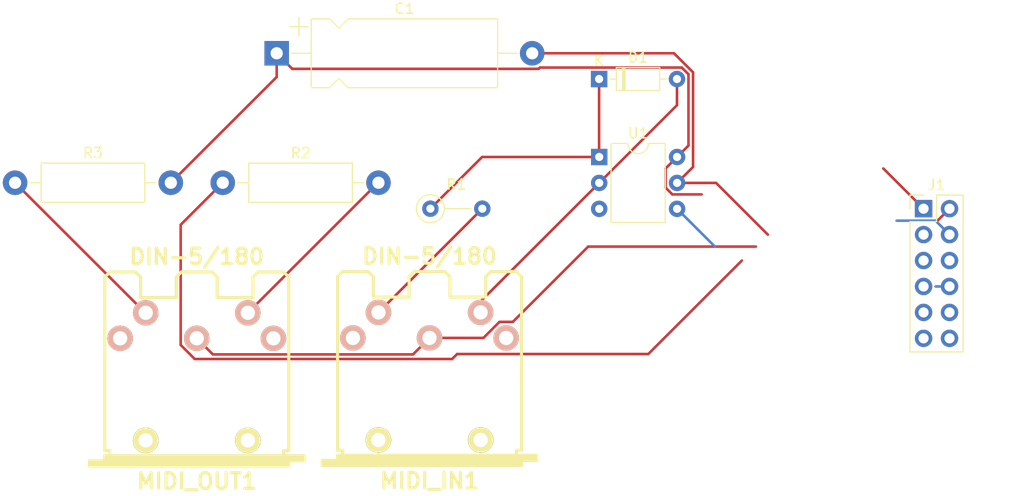
<source format=kicad_pcb>
(kicad_pcb (version 20221018) (generator pcbnew)
  (layers (0 "F.Cu" signal) (31 "B.Cu" signal) (34 "B.Paste" user) (35 "F.Paste" user) (36 "B.SilkS" user "B.Silkscreen") (37 "F.SilkS" user "F.Silkscreen") (38 "B.Mask" user) (39 "F.Mask" user) (44 "Edge.Cuts" user))
  (net 0 "")
  (net 1 "VCC")
  (net 2 "GND")
  (net 3 "Net-(D1-K)")
  (net 4 "Net-(D1-A)")
  (net 5 "Net-(J1-Pin_3)")
  (net 6 "Net-(J1-Pin_4)")
  (net 10 "unconnected-(J1-Pin_8-Pad8)")
  (net 15 "Net-(MIDI_IN1-Pad5)")
  (net 17 "Net-(MIDI_OUT1-Pad4)")
  (net 19 "Net-(MIDI_OUT1-Pad5)")
  (footprint "Resistor_THT:R_Axial_DIN0207_L6.3mm_D2.5mm_P5.08mm_Vertical" (layer "F.Cu") (at 86.36 86.36)
    (fp_text reference "R1" (at 2.54 -2.37) (layer "F.SilkS"))
    (fp_text value "100R")
    (fp_line (start 1.37 0) (end 3.98 0) (stroke (width 0.12)) (layer "F.SilkS"))
    (fp_circle (center 0 0) (end 1.37 0) (stroke (width 0.12)) (fill none) (layer "F.SilkS"))
    (pad "1" thru_hole circle (at 0 0) (size 1.6 1.6) (drill 0.8) (layers "*.Cu" "*.Mask") (net 3 "Net-(D1-K)"))
    (pad "2" thru_hole oval (at 5.08 0) (size 1.6 1.6) (drill 0.8) (layers "*.Cu" "*.Mask") (net 15 "Net-(MIDI_IN1-Pad5)"))
  )
  (footprint "Resistor_THT:R_Axial_DIN0411_L9.9mm_D3.6mm_P15.24mm_Horizontal" (layer "F.Cu") (at 45.72 83.82)
    (fp_text reference "R3" (at 7.62 -2.92) (layer "F.SilkS"))
    (fp_text value "220R")
    (fp_line (start 1.44 0) (end 2.55 0) (stroke (width 0.12)) (layer "F.SilkS"))
    (fp_line (start 2.55 -1.92) (end 2.55 1.92) (stroke (width 0.12)) (layer "F.SilkS"))
    (fp_line (start 2.55 1.92) (end 12.69 1.92) (stroke (width 0.12)) (layer "F.SilkS"))
    (fp_line (start 12.69 -1.92) (end 2.55 -1.92) (stroke (width 0.12)) (layer "F.SilkS"))
    (fp_line (start 12.69 1.92) (end 12.69 -1.92) (stroke (width 0.12)) (layer "F.SilkS"))
    (fp_line (start 13.8 0) (end 12.69 0) (stroke (width 0.12)) (layer "F.SilkS"))
    (pad "1" thru_hole circle (at 0 0) (size 2.4 2.4) (drill 1.2) (layers "*.Cu" "*.Mask") (net 19 "Net-(MIDI_OUT1-Pad5)"))
    (pad "2" thru_hole oval (at 15.24 0) (size 2.4 2.4) (drill 1.2) (layers "*.Cu" "*.Mask") (net 1 "VCC"))
  )
  (footprint "Package_DIP:DIP-6_W7.62mm" (layer "F.Cu") (at 102.88 81.295)
    (fp_text reference "U1" (at 3.81 -2.33) (layer "F.SilkS"))
    (fp_text value "H11L1")
    (fp_line (start 1.16 -1.33) (end 1.16 6.41) (stroke (width 0.12)) (layer "F.SilkS"))
    (fp_line (start 1.16 6.41) (end 6.46 6.41) (stroke (width 0.12)) (layer "F.SilkS"))
    (fp_line (start 2.81 -1.33) (end 1.16 -1.33) (stroke (width 0.12)) (layer "F.SilkS"))
    (fp_line (start 6.46 -1.33) (end 4.81 -1.33) (stroke (width 0.12)) (layer "F.SilkS"))
    (fp_line (start 6.46 6.41) (end 6.46 -1.33) (stroke (width 0.12)) (layer "F.SilkS"))
    (fp_arc (start 4.81 -1.33) (mid 3.81 -0.33) (end 2.81 -1.33) (stroke (width 0.12)) (layer "F.SilkS"))
    (pad "1" thru_hole rect (at 0 0) (size 1.6 1.6) (drill 0.8) (layers "*.Cu" "*.Mask") (net 3 "Net-(D1-K)"))
    (pad "2" thru_hole oval (at 0 2.54) (size 1.6 1.6) (drill 0.8) (layers "*.Cu" "*.Mask") (net 4 "Net-(D1-A)"))
    (pad "3" thru_hole oval (at 0 5.08) (size 1.6 1.6) (drill 0.8) (layers "*.Cu" "*.Mask"))
    (pad "4" thru_hole oval (at 7.62 5.08) (size 1.6 1.6) (drill 0.8) (layers "*.Cu" "*.Mask") (net 6 "Net-(J1-Pin_4)"))
    (pad "5" thru_hole oval (at 7.62 2.54) (size 1.6 1.6) (drill 0.8) (layers "*.Cu" "*.Mask") (net 2 "GND"))
    (pad "6" thru_hole oval (at 7.62 0) (size 1.6 1.6) (drill 0.8) (layers "*.Cu" "*.Mask") (net 1 "VCC"))
  )
  (footprint "Capacitor_THT:CP_Axial_L18.0mm_D6.5mm_P25.00mm_Horizontal" (layer "F.Cu") (at 71.32 71.1375)
    (fp_text reference "C1" (at 12.5 -4.37) (layer "F.SilkS"))
    (fp_text value "100nF")
    (fp_line (start 1.28 -2.6) (end 3.08 -2.6) (stroke (width 0.12)) (layer "F.SilkS"))
    (fp_line (start 1.44 0) (end 3.38 0) (stroke (width 0.12)) (layer "F.SilkS"))
    (fp_line (start 2.18 -3.5) (end 2.18 -1.7) (stroke (width 0.12)) (layer "F.SilkS"))
    (fp_line (start 3.38 -3.37) (end 3.38 3.37) (stroke (width 0.12)) (layer "F.SilkS"))
    (fp_line (start 3.38 -3.37) (end 5.18 -3.37) (stroke (width 0.12)) (layer "F.SilkS"))
    (fp_line (start 3.38 3.37) (end 5.18 3.37) (stroke (width 0.12)) (layer "F.SilkS"))
    (fp_line (start 5.18 -3.37) (end 6.08 -2.47) (stroke (width 0.12)) (layer "F.SilkS"))
    (fp_line (start 5.18 3.37) (end 6.08 2.47) (stroke (width 0.12)) (layer "F.SilkS"))
    (fp_line (start 6.08 -2.47) (end 6.98 -3.37) (stroke (width 0.12)) (layer "F.SilkS"))
    (fp_line (start 6.08 2.47) (end 6.98 3.37) (stroke (width 0.12)) (layer "F.SilkS"))
    (fp_line (start 6.98 -3.37) (end 21.62 -3.37) (stroke (width 0.12)) (layer "F.SilkS"))
    (fp_line (start 6.98 3.37) (end 21.62 3.37) (stroke (width 0.12)) (layer "F.SilkS"))
    (fp_line (start 21.62 -3.37) (end 21.62 3.37) (stroke (width 0.12)) (layer "F.SilkS"))
    (fp_line (start 23.56 0) (end 21.62 0) (stroke (width 0.12)) (layer "F.SilkS"))
    (pad "1" thru_hole rect (at 0 0) (size 2.4 2.4) (drill 1.2) (layers "*.Cu" "*.Mask") (net 1 "VCC"))
    (pad "2" thru_hole oval (at 25 0) (size 2.4 2.4) (drill 1.2) (layers "*.Cu" "*.Mask") (net 2 "GND"))
  )
  (footprint "Diode_THT:D_DO-35_SOD27_P7.62mm_Horizontal" (layer "F.Cu") (at 102.87 73.66)
    (fp_text reference "D1" (at 3.81 -2.12) (layer "F.SilkS"))
    (fp_text value "1N4148")
    (fp_text user "K" (at 0 -1.8) (layer "F.SilkS"))
    (fp_line (start 1.04 0) (end 1.69 0) (stroke (width 0.12)) (layer "F.SilkS"))
    (fp_line (start 1.69 -1.12) (end 1.69 1.12) (stroke (width 0.12)) (layer "F.SilkS"))
    (fp_line (start 1.69 1.12) (end 5.93 1.12) (stroke (width 0.12)) (layer "F.SilkS"))
    (fp_line (start 2.29 -1.12) (end 2.29 1.12) (stroke (width 0.12)) (layer "F.SilkS"))
    (fp_line (start 2.41 -1.12) (end 2.41 1.12) (stroke (width 0.12)) (layer "F.SilkS"))
    (fp_line (start 2.53 -1.12) (end 2.53 1.12) (stroke (width 0.12)) (layer "F.SilkS"))
    (fp_line (start 5.93 -1.12) (end 1.69 -1.12) (stroke (width 0.12)) (layer "F.SilkS"))
    (fp_line (start 5.93 1.12) (end 5.93 -1.12) (stroke (width 0.12)) (layer "F.SilkS"))
    (fp_line (start 6.58 0) (end 5.93 0) (stroke (width 0.12)) (layer "F.SilkS"))
    (pad "1" thru_hole rect (at 0 0) (size 1.6 1.6) (drill 0.8) (layers "*.Cu" "*.Mask") (net 3 "Net-(D1-K)"))
    (pad "2" thru_hole oval (at 7.62 0) (size 1.6 1.6) (drill 0.8) (layers "*.Cu" "*.Mask") (net 4 "Net-(D1-A)"))
  )
  (footprint "Resistor_THT:R_Axial_DIN0411_L9.9mm_D3.6mm_P15.24mm_Horizontal" (layer "F.Cu") (at 66.04 83.82)
    (fp_text reference "R2" (at 7.62 -2.92) (layer "F.SilkS"))
    (fp_text value "220R")
    (fp_line (start 1.44 0) (end 2.55 0) (stroke (width 0.12)) (layer "F.SilkS"))
    (fp_line (start 2.55 -1.92) (end 2.55 1.92) (stroke (width 0.12)) (layer "F.SilkS"))
    (fp_line (start 2.55 1.92) (end 12.69 1.92) (stroke (width 0.12)) (layer "F.SilkS"))
    (fp_line (start 12.69 -1.92) (end 2.55 -1.92) (stroke (width 0.12)) (layer "F.SilkS"))
    (fp_line (start 12.69 1.92) (end 12.69 -1.92) (stroke (width 0.12)) (layer "F.SilkS"))
    (fp_line (start 13.8 0) (end 12.69 0) (stroke (width 0.12)) (layer "F.SilkS"))
    (pad "1" thru_hole circle (at 0 0) (size 2.4 2.4) (drill 1.2) (layers "*.Cu" "*.Mask") (net 5 "Net-(J1-Pin_3)"))
    (pad "2" thru_hole oval (at 15.24 0) (size 2.4 2.4) (drill 1.2) (layers "*.Cu" "*.Mask") (net 17 "Net-(MIDI_OUT1-Pad4)"))
  )
  (footprint "Connector_PinHeader_2.54mm:PinHeader_2x06_P2.54mm_Vertical" (layer "F.Cu") (at 134.62 86.36)
    (fp_text reference "J1" (at 1.27 -2.33) (layer "F.SilkS"))
    (fp_text value "Conn_02x05_Odd_Even")
    (fp_line (start -1.33 -1.33) (end 0 -1.33) (stroke (width 0.12)) (layer "F.SilkS"))
    (fp_line (start -1.33 0) (end -1.33 -1.33) (stroke (width 0.12)) (layer "F.SilkS"))
    (fp_line (start -1.33 1.27) (end -1.33 14.03) (stroke (width 0.12)) (layer "F.SilkS"))
    (fp_line (start -1.33 1.27) (end 1.27 1.27) (stroke (width 0.12)) (layer "F.SilkS"))
    (fp_line (start -1.33 14.03) (end 3.87 14.03) (stroke (width 0.12)) (layer "F.SilkS"))
    (fp_line (start 1.27 -1.33) (end 3.87 -1.33) (stroke (width 0.12)) (layer "F.SilkS"))
    (fp_line (start 1.27 1.27) (end 1.27 -1.33) (stroke (width 0.12)) (layer "F.SilkS"))
    (fp_line (start 3.87 -1.33) (end 3.87 14.03) (stroke (width 0.12)) (layer "F.SilkS"))
    (pad "1" thru_hole rect (at 0 0) (size 1.7 1.7) (drill 1) (layers "*.Cu" "*.Mask") (net 1 "VCC"))
    (pad "2" thru_hole oval (at 2.54 0) (size 1.7 1.7) (drill 1) (layers "*.Cu" "*.Mask") (net 2 "GND"))
    (pad "3" thru_hole oval (at 0 2.54) (size 1.7 1.7) (drill 1) (layers "*.Cu" "*.Mask") (net 5 "Net-(J1-Pin_3)"))
    (pad "4" thru_hole oval (at 2.54 2.54) (size 1.7 1.7) (drill 1) (layers "*.Cu" "*.Mask") (net 6 "Net-(J1-Pin_4)"))
    (pad "5" thru_hole oval (at 0 5.08) (size 1.7 1.7) (drill 1) (layers "*.Cu" "*.Mask"))
    (pad "6" thru_hole oval (at 2.54 5.08) (size 1.7 1.7) (drill 1) (layers "*.Cu" "*.Mask"))
    (pad "7" thru_hole oval (at 0 7.62) (size 1.7 1.7) (drill 1) (layers "*.Cu" "*.Mask"))
    (pad "8" thru_hole oval (at 2.54 7.62) (size 1.7 1.7) (drill 1) (layers "*.Cu" "*.Mask") (net 10 "unconnected-(J1-Pin_8-Pad8)"))
    (pad "9" thru_hole oval (at 0 10.16) (size 1.7 1.7) (drill 1) (layers "*.Cu" "*.Mask"))
    (pad "10" thru_hole oval (at 2.54 10.16) (size 1.7 1.7) (drill 1) (layers "*.Cu" "*.Mask"))
    (pad "11" thru_hole oval (at 0 12.7) (size 1.7 1.7) (drill 1) (layers "*.Cu" "*.Mask"))
    (pad "12" thru_hole oval (at 2.54 12.7) (size 1.7 1.7) (drill 1) (layers "*.Cu" "*.Mask"))
  )
  (footprint "Eurocad:MIDI_DIN5" (layer "F.Cu") (at 63.5 102.0572)
    (fp_text reference "MIDI_OUT1" (at 0 11.00074) (layer "F.SilkS") (effects (font (size 1.524 1.524) (thickness 0.3048))))
    (fp_text value "DIN-5/180" (at 0 -11.00074) (layer "F.SilkS") (effects (font (size 1.524 1.524) (thickness 0.3048))))
    (fp_line (start -10.50036 8.99922) (end -8.99922 8.99922) (stroke (width 0.3048)) (layer "F.SilkS"))
    (fp_line (start -10.50036 9.25068) (end 8.99922 9.25068) (stroke (width 0.3048)) (layer "F.SilkS"))
    (fp_line (start -10.50036 9.4996) (end -10.50036 8.99922) (stroke (width 0.3048)) (layer "F.SilkS"))
    (fp_line (start -8.99922 -8.99922) (end -8.99922 8.001) (stroke (width 0.3048)) (layer "F.SilkS"))
    (fp_line (start -8.99922 -8.99922) (end -8.49884 -9.4996) (stroke (width 0.3048)) (layer "F.SilkS"))
    (fp_line (start -8.99922 8.001) (end -8.49884 8.001) (stroke (width 0.3048)) (layer "F.SilkS"))
    (fp_line (start -8.99922 8.49884) (end 10.50036 8.49884) (stroke (width 0.3048)) (layer "F.SilkS"))
    (fp_line (start -8.99922 8.7503) (end 10.50036 8.7503) (stroke (width 0.3048)) (layer "F.SilkS"))
    (fp_line (start -8.99922 8.99922) (end -8.99922 8.49884) (stroke (width 0.3048)) (layer "F.SilkS"))
    (fp_line (start -8.49884 -9.4996) (end -5.99948 -9.4996) (stroke (width 0.3048)) (layer "F.SilkS"))
    (fp_line (start -8.49884 8.001) (end -8.49884 8.49884) (stroke (width 0.3048)) (layer "F.SilkS"))
    (fp_line (start -5.99948 -9.4996) (end -5.4991 -8.99922) (stroke (width 0.3048)) (layer "F.SilkS"))
    (fp_line (start -5.4991 -8.99922) (end -5.4991 -7.00024) (stroke (width 0.3048)) (layer "F.SilkS"))
    (fp_line (start -5.4991 -7.00024) (end -1.99898 -7.00024) (stroke (width 0.3048)) (layer "F.SilkS"))
    (fp_line (start -1.99898 -8.99922) (end -1.99898 -7.00024) (stroke (width 0.3048)) (layer "F.SilkS"))
    (fp_line (start -1.50114 -9.4996) (end -1.99898 -8.99922) (stroke (width 0.3048)) (layer "F.SilkS"))
    (fp_line (start -1.50114 -9.4996) (end 1.50114 -9.4996) (stroke (width 0.3048)) (layer "F.SilkS"))
    (fp_line (start 1.50114 -9.4996) (end 1.99898 -8.99922) (stroke (width 0.3048)) (layer "F.SilkS"))
    (fp_line (start 1.99898 -8.99922) (end 1.99898 -7.00024) (stroke (width 0.3048)) (layer "F.SilkS"))
    (fp_line (start 5.4991 -8.99922) (end 5.4991 -7.00024) (stroke (width 0.3048)) (layer "F.SilkS"))
    (fp_line (start 5.4991 -7.00024) (end 1.99898 -7.00024) (stroke (width 0.3048)) (layer "F.SilkS"))
    (fp_line (start 5.99948 -9.4996) (end 5.4991 -8.99922) (stroke (width 0.3048)) (layer "F.SilkS"))
    (fp_line (start 6.49986 -9.4996) (end 5.99948 -9.4996) (stroke (width 0.3048)) (layer "F.SilkS"))
    (fp_line (start 8.49884 -9.4996) (end 6.49986 -9.4996) (stroke (width 0.3048)) (layer "F.SilkS"))
    (fp_line (start 8.49884 8.49884) (end 8.49884 8.001) (stroke (width 0.3048)) (layer "F.SilkS"))
    (fp_line (start 8.99922 -8.99922) (end 8.49884 -9.4996) (stroke (width 0.3048)) (layer "F.SilkS"))
    (fp_line (start 8.99922 -8.99922) (end 8.99922 8.001) (stroke (width 0.3048)) (layer "F.SilkS"))
    (fp_line (start 8.99922 8.001) (end 8.49884 8.001) (stroke (width 0.3048)) (layer "F.SilkS"))
    (fp_line (start 8.99922 8.99922) (end -8.99922 8.99922) (stroke (width 0.3048)) (layer "F.SilkS"))
    (fp_line (start 8.99922 8.99922) (end 8.99922 9.4996) (stroke (width 0.3048)) (layer "F.SilkS"))
    (fp_line (start 8.99922 9.4996) (end -10.50036 9.4996) (stroke (width 0.3048)) (layer "F.SilkS"))
    (fp_line (start 10.50036 8.49884) (end 10.50036 8.99922) (stroke (width 0.3048)) (layer "F.SilkS"))
    (fp_line (start 10.50036 8.99922) (end 8.99922 8.99922) (stroke (width 0.3048)) (layer "F.SilkS"))
    (pad "" np_thru_hole circle (at -5.00126 6.9977) (size 2.49936 2.49936) (drill 1.397) (layers "*.Cu" "*.Mask" "F.SilkS"))
    (pad "" np_thru_hole circle (at 5.00126 6.9977) (size 2.49936 2.49936) (drill 1.397) (layers "*.Cu" "*.Mask" "F.SilkS"))
    (pad "1" thru_hole circle (at 7.49808 -2.9972) (size 2.49936 2.49936) (drill 1.397) (layers "*.Cu" "*.SilkS" "*.Mask"))
    (pad "2" thru_hole circle (at 0 -2.99974) (size 2.49936 2.49936) (drill 1.397) (layers "*.Cu" "*.SilkS" "*.Mask") (net 2 "GND"))
    (pad "3" thru_hole circle (at -7.49808 -2.9972) (size 2.49936 2.49936) (drill 1.397) (layers "*.Cu" "*.SilkS" "*.Mask"))
    (pad "4" thru_hole circle (at 4.99618 -5.4991) (size 2.49936 2.49936) (drill 1.397) (layers "*.Cu" "*.SilkS" "*.Mask") (net 17 "Net-(MIDI_OUT1-Pad4)"))
    (pad "5" thru_hole circle (at -4.99618 -5.4991) (size 2.49936 2.49936) (drill 1.397) (layers "*.Cu" "*.SilkS" "*.Mask") (net 19 "Net-(MIDI_OUT1-Pad5)"))
  )
  (footprint "Eurocad:MIDI_DIN5" (layer "F.Cu") (at 86.27618 102.0191)
    (fp_text reference "MIDI_IN1" (at 0 11.00074) (layer "F.SilkS") (effects (font (size 1.524 1.524) (thickness 0.3048))))
    (fp_text value "DIN-5/180" (at 0 -11.00074) (layer "F.SilkS") (effects (font (size 1.524 1.524) (thickness 0.3048))))
    (fp_line (start -10.50036 8.99922) (end -8.99922 8.99922) (stroke (width 0.3048)) (layer "F.SilkS"))
    (fp_line (start -10.50036 9.25068) (end 8.99922 9.25068) (stroke (width 0.3048)) (layer "F.SilkS"))
    (fp_line (start -10.50036 9.4996) (end -10.50036 8.99922) (stroke (width 0.3048)) (layer "F.SilkS"))
    (fp_line (start -8.99922 -8.99922) (end -8.99922 8.001) (stroke (width 0.3048)) (layer "F.SilkS"))
    (fp_line (start -8.99922 -8.99922) (end -8.49884 -9.4996) (stroke (width 0.3048)) (layer "F.SilkS"))
    (fp_line (start -8.99922 8.001) (end -8.49884 8.001) (stroke (width 0.3048)) (layer "F.SilkS"))
    (fp_line (start -8.99922 8.49884) (end 10.50036 8.49884) (stroke (width 0.3048)) (layer "F.SilkS"))
    (fp_line (start -8.99922 8.7503) (end 10.50036 8.7503) (stroke (width 0.3048)) (layer "F.SilkS"))
    (fp_line (start -8.99922 8.99922) (end -8.99922 8.49884) (stroke (width 0.3048)) (layer "F.SilkS"))
    (fp_line (start -8.49884 -9.4996) (end -5.99948 -9.4996) (stroke (width 0.3048)) (layer "F.SilkS"))
    (fp_line (start -8.49884 8.001) (end -8.49884 8.49884) (stroke (width 0.3048)) (layer "F.SilkS"))
    (fp_line (start -5.99948 -9.4996) (end -5.4991 -8.99922) (stroke (width 0.3048)) (layer "F.SilkS"))
    (fp_line (start -5.4991 -8.99922) (end -5.4991 -7.00024) (stroke (width 0.3048)) (layer "F.SilkS"))
    (fp_line (start -5.4991 -7.00024) (end -1.99898 -7.00024) (stroke (width 0.3048)) (layer "F.SilkS"))
    (fp_line (start -1.99898 -8.99922) (end -1.99898 -7.00024) (stroke (width 0.3048)) (layer "F.SilkS"))
    (fp_line (start -1.50114 -9.4996) (end -1.99898 -8.99922) (stroke (width 0.3048)) (layer "F.SilkS"))
    (fp_line (start -1.50114 -9.4996) (end 1.50114 -9.4996) (stroke (width 0.3048)) (layer "F.SilkS"))
    (fp_line (start 1.50114 -9.4996) (end 1.99898 -8.99922) (stroke (width 0.3048)) (layer "F.SilkS"))
    (fp_line (start 1.99898 -8.99922) (end 1.99898 -7.00024) (stroke (width 0.3048)) (layer "F.SilkS"))
    (fp_line (start 5.4991 -8.99922) (end 5.4991 -7.00024) (stroke (width 0.3048)) (layer "F.SilkS"))
    (fp_line (start 5.4991 -7.00024) (end 1.99898 -7.00024) (stroke (width 0.3048)) (layer "F.SilkS"))
    (fp_line (start 5.99948 -9.4996) (end 5.4991 -8.99922) (stroke (width 0.3048)) (layer "F.SilkS"))
    (fp_line (start 6.49986 -9.4996) (end 5.99948 -9.4996) (stroke (width 0.3048)) (layer "F.SilkS"))
    (fp_line (start 8.49884 -9.4996) (end 6.49986 -9.4996) (stroke (width 0.3048)) (layer "F.SilkS"))
    (fp_line (start 8.49884 8.49884) (end 8.49884 8.001) (stroke (width 0.3048)) (layer "F.SilkS"))
    (fp_line (start 8.99922 -8.99922) (end 8.49884 -9.4996) (stroke (width 0.3048)) (layer "F.SilkS"))
    (fp_line (start 8.99922 -8.99922) (end 8.99922 8.001) (stroke (width 0.3048)) (layer "F.SilkS"))
    (fp_line (start 8.99922 8.001) (end 8.49884 8.001) (stroke (width 0.3048)) (layer "F.SilkS"))
    (fp_line (start 8.99922 8.99922) (end -8.99922 8.99922) (stroke (width 0.3048)) (layer "F.SilkS"))
    (fp_line (start 8.99922 8.99922) (end 8.99922 9.4996) (stroke (width 0.3048)) (layer "F.SilkS"))
    (fp_line (start 8.99922 9.4996) (end -10.50036 9.4996) (stroke (width 0.3048)) (layer "F.SilkS"))
    (fp_line (start 10.50036 8.49884) (end 10.50036 8.99922) (stroke (width 0.3048)) (layer "F.SilkS"))
    (fp_line (start 10.50036 8.99922) (end 8.99922 8.99922) (stroke (width 0.3048)) (layer "F.SilkS"))
    (pad "" np_thru_hole circle (at -5.00126 6.9977) (size 2.49936 2.49936) (drill 1.397) (layers "*.Cu" "*.Mask" "F.SilkS"))
    (pad "" np_thru_hole circle (at 5.00126 6.9977) (size 2.49936 2.49936) (drill 1.397) (layers "*.Cu" "*.Mask" "F.SilkS"))
    (pad "1" thru_hole circle (at 7.49808 -2.9972) (size 2.49936 2.49936) (drill 1.397) (layers "*.Cu" "*.SilkS" "*.Mask"))
    (pad "2" thru_hole circle (at 0 -2.99974) (size 2.49936 2.49936) (drill 1.397) (layers "*.Cu" "*.SilkS" "*.Mask") (net 2 "GND"))
    (pad "3" thru_hole circle (at -7.49808 -2.9972) (size 2.49936 2.49936) (drill 1.397) (layers "*.Cu" "*.SilkS" "*.Mask"))
    (pad "4" thru_hole circle (at 4.99618 -5.4991) (size 2.49936 2.49936) (drill 1.397) (layers "*.Cu" "*.SilkS" "*.Mask") (net 4 "Net-(D1-A)"))
    (pad "5" thru_hole circle (at -4.99618 -5.4991) (size 2.49936 2.49936) (drill 1.397) (layers "*.Cu" "*.SilkS" "*.Mask") (net 15 "Net-(MIDI_IN1-Pad5)"))
  )
  (segment (start 130.68 82.42) (end 134.62 86.36) (width 0.25) (layer "F.Cu") (net 1))
  (segment (start 109.375 82.42) (end 109.375 84.300991) (width 0.25) (layer "F.Cu") (net 1))
  (segment (start 110.5 81.295) (end 109.375 82.42) (width 0.25) (layer "F.Cu") (net 1))
  (segment (start 60.96 83.82) (end 71.32 73.46) (width 0.25) (layer "F.Cu") (net 1))
  (segment (start 110.034009 84.96) (end 112.9 84.96) (width 0.25) (layer "F.Cu") (net 1))
  (segment (start 110.5 81.295) (end 111.615 80.18) (width 0.25) (layer "F.Cu") (net 1))
  (segment (start 110.955991 72.535) (end 97.079176 72.535) (width 0.25) (layer "F.Cu") (net 1))
  (segment (start 109.375 84.300991) (end 110.034009 84.96) (width 0.25) (layer "F.Cu") (net 1))
  (segment (start 72.845 72.6625) (end 71.32 71.1375) (width 0.25) (layer "F.Cu") (net 1))
  (segment (start 97.079176 72.535) (end 96.951676 72.6625) (width 0.25) (layer "F.Cu") (net 1))
  (segment (start 71.32 73.46) (end 71.32 71.1375) (width 0.25) (layer "F.Cu") (net 1))
  (segment (start 96.951676 72.6625) (end 72.845 72.6625) (width 0.25) (layer "F.Cu") (net 1))
  (segment (start 111.615 80.18) (end 111.615 73.194009) (width 0.25) (layer "F.Cu") (net 1))
  (segment (start 111.615 73.194009) (end 110.955991 72.535) (width 0.25) (layer "F.Cu") (net 1))
  (segment (start 101.798734 90.075) (end 118.205 90.075) (width 0.25) (layer "F.Cu") (net 2))
  (segment (start 91.549866 99.01936) (end 93.122006 97.44722) (width 0.25) (layer "F.Cu") (net 2))
  (segment (start 135.985 87.535) (end 137.16 86.36) (width 0.25) (layer "F.Cu") (net 2))
  (segment (start 112.065 82.27) (end 110.5 83.835) (width 0.25) (layer "F.Cu") (net 2))
  (segment (start 93.122006 97.44722) (end 94.426514 97.44722) (width 0.25) (layer "F.Cu") (net 2))
  (segment (start 65.07722 100.63468) (end 84.66086 100.63468) (width 0.25) (layer "F.Cu") (net 2))
  (segment (start 96.32 71.1375) (end 110.194887 71.1375) (width 0.25) (layer "F.Cu") (net 2))
  (segment (start 114.315 83.835) (end 110.5 83.835) (width 0.25) (layer "F.Cu") (net 2))
  (segment (start 94.426514 97.44722) (end 101.798734 90.075) (width 0.25) (layer "F.Cu") (net 2))
  (segment (start 84.66086 100.63468) (end 86.27618 99.01936) (width 0.25) (layer "F.Cu") (net 2))
  (segment (start 110.194887 71.1375) (end 112.065 73.007613) (width 0.25) (layer "F.Cu") (net 2))
  (segment (start 119.38 88.9) (end 114.315 83.835) (width 0.25) (layer "F.Cu") (net 2))
  (segment (start 63.5 99.05746) (end 65.07722 100.63468) (width 0.25) (layer "F.Cu") (net 2))
  (segment (start 86.27618 99.01936) (end 91.549866 99.01936) (width 0.25) (layer "F.Cu") (net 2))
  (segment (start 112.065 73.007613) (end 112.065 82.27) (width 0.25) (layer "F.Cu") (net 2))
  (segment (start 86.36 86.36) (end 91.425 81.295) (width 0.25) (layer "F.Cu") (net 3))
  (segment (start 102.87 73.66) (end 102.87 81.285) (width 0.25) (layer "F.Cu") (net 3))
  (segment (start 102.87 81.285) (end 102.88 81.295) (width 0.25) (layer "F.Cu") (net 3))
  (segment (start 91.425 81.295) (end 102.88 81.295) (width 0.25) (layer "F.Cu") (net 3))
  (segment (start 91.27236 95.44264) (end 102.88 83.835) (width 0.25) (layer "F.Cu") (net 4))
  (segment (start 102.88 83.835) (end 110.49 76.225) (width 0.25) (layer "F.Cu") (net 4))
  (segment (start 110.49 76.225) (end 110.49 73.66) (width 0.25) (layer "F.Cu") (net 4))
  (segment (start 91.27236 96.52) (end 91.27236 95.44264) (width 0.25) (layer "F.Cu") (net 4))
  (segment (start 61.92532 87.93468) (end 66.04 83.82) (width 0.25) (layer "F.Cu") (net 5))
  (segment (start 61.92532 99.709714) (end 61.92532 87.93468) (width 0.25) (layer "F.Cu") (net 5))
  (segment (start 107.68342 100.59658) (end 88.97808 100.59658) (width 0.25) (layer "F.Cu") (net 5))
  (segment (start 63.300286 101.08468) (end 61.92532 99.709714) (width 0.25) (layer "F.Cu") (net 5))
  (segment (start 88.97808 100.59658) (end 88.48998 101.08468) (width 0.25) (layer "F.Cu") (net 5))
  (segment (start 116.84 91.44) (end 107.68342 100.59658) (width 0.25) (layer "F.Cu") (net 5))
  (segment (start 88.48998 101.08468) (end 63.300286 101.08468) (width 0.25) (layer "F.Cu") (net 5))
  (segment (start 131.98 87.535) (end 135.795 87.535) (width 0.25) (layer "B.Cu") (net 6))
  (segment (start 110.5 86.375) (end 114.2 90.075) (width 0.25) (layer "B.Cu") (net 6))
  (segment (start 135.795 87.535) (end 137.16 88.9) (width 0.25) (layer "B.Cu") (net 6))
  (segment (start 137.16 93.98) (end 135.795 93.98) (width 0.25) (layer "B.Cu") (net 10))
  (segment (start 91.44 86.36) (end 81.28 96.52) (width 0.25) (layer "F.Cu") (net 15))
  (segment (start 68.49618 96.5581) (end 81.23428 83.82) (width 0.25) (layer "F.Cu") (net 17))
  (segment (start 81.23428 83.82) (end 81.28 83.82) (width 0.25) (layer "F.Cu") (net 17))
  (segment (start 58.4581 96.5581) (end 58.50382 96.5581) (width 0.25) (layer "F.Cu") (net 19))
  (segment (start 45.72 83.82) (end 58.4581 96.5581) (width 0.25) (layer "F.Cu") (net 19))
)
</source>
